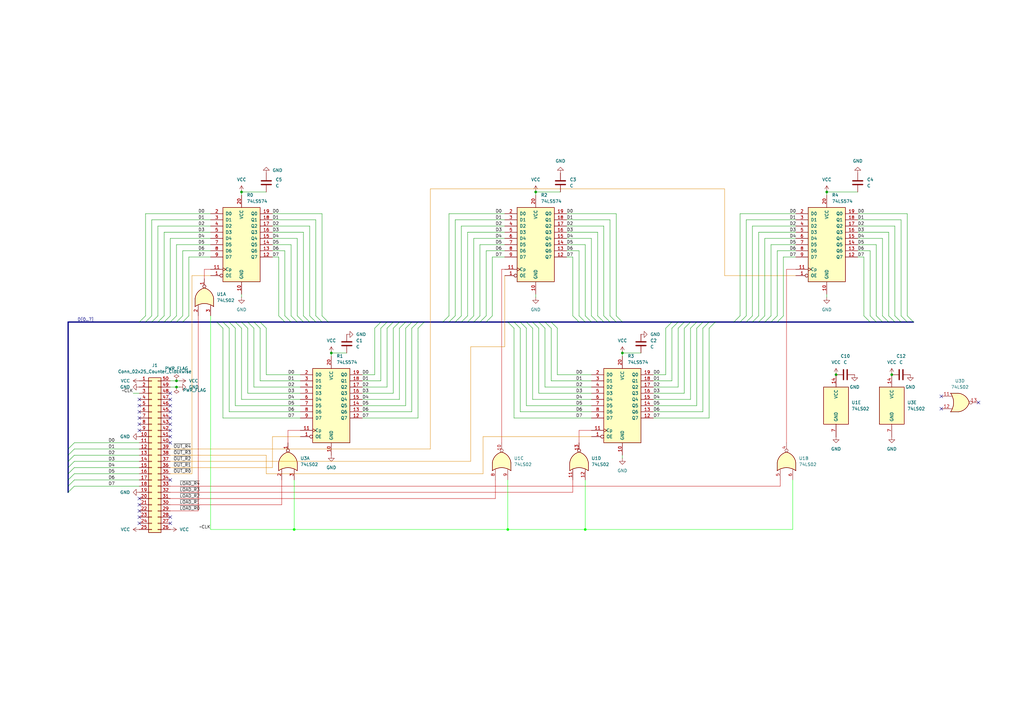
<source format=kicad_sch>
(kicad_sch (version 20250114) (generator "eeschema") (generator_version "9.0")
  (paper "A3")
  (lib_symbols
    (symbol "74xx:74LS02" (pin_names (offset 1.016))
      (property "Reference" "U" (at 0 1.27 0))
      (property "Value" "74LS02" (at 0 -1.27 0))
      (symbol "74LS02_1_1"
        (pin input line (at -7.62 2.54 0) (length 4.318) (name "~") (number "2"))
        (pin input line (at -7.62 -2.54 0) (length 4.318) (name "~") (number "3"))
        (pin output inverted (at 7.62 0 180) (length 3.81) (name "~") (number "1"))
      )
      (symbol "74LS02_1_2"
        (pin input inverted (at -7.62 2.54 0) (length 3.81) (name "~") (number "2"))
        (pin input inverted (at -7.62 -2.54 0) (length 3.81) (name "~") (number "3"))
        (pin output line (at 7.62 0 180) (length 3.81) (name "~") (number "1"))
      )
      (symbol "74LS02_2_1"
        (pin input line (at -7.62 2.54 0) (length 4.318) (name "~") (number "5"))
        (pin input line (at -7.62 -2.54 0) (length 4.318) (name "~") (number "6"))
        (pin output inverted (at 7.62 0 180) (length 3.81) (name "~") (number "4"))
      )
      (symbol "74LS02_2_2"
        (pin input inverted (at -7.62 2.54 0) (length 3.81) (name "~") (number "5"))
        (pin input inverted (at -7.62 -2.54 0) (length 3.81) (name "~") (number "6"))
        (pin output line (at 7.62 0 180) (length 3.81) (name "~") (number "4"))
      )
      (symbol "74LS02_3_1"
        (pin input line (at -7.62 2.54 0) (length 4.318) (name "~") (number "8"))
        (pin input line (at -7.62 -2.54 0) (length 4.318) (name "~") (number "9"))
        (pin output inverted (at 7.62 0 180) (length 3.81) (name "~") (number "10"))
      )
      (symbol "74LS02_3_2"
        (pin input inverted (at -7.62 2.54 0) (length 3.81) (name "~") (number "8"))
        (pin input inverted (at -7.62 -2.54 0) (length 3.81) (name "~") (number "9"))
        (pin output line (at 7.62 0 180) (length 3.81) (name "~") (number "10"))
      )
      (symbol "74LS02_4_1"
        (pin input line (at -7.62 2.54 0) (length 4.318) (name "~") (number "11"))
        (pin input line (at -7.62 -2.54 0) (length 4.318) (name "~") (number "12"))
        (pin output inverted (at 7.62 0 180) (length 3.81) (name "~") (number "13"))
      )
      (symbol "74LS02_4_2"
        (pin input inverted (at -7.62 2.54 0) (length 3.81) (name "~") (number "11"))
        (pin input inverted (at -7.62 -2.54 0) (length 3.81) (name "~") (number "12"))
        (pin output line (at 7.62 0 180) (length 3.81) (name "~") (number "13"))
      )
      (symbol "74LS02_5_0"
        (pin power_in line (at 0 12.7 270) (length 5.08) (name "VCC") (number "14"))
        (pin power_in line (at 0 -12.7 90) (length 5.08) (name "GND") (number "7"))
      )
    )
    (symbol "74xx:74LS574" (pin_names (offset 1.016))
      (property "Reference" "U" (at -7.62 16.51 0))
      (property "Value" "74LS574" (at -7.62 -16.51 0))
      (symbol "74LS574_1_0"
        (pin input line (at -12.7 12.7 0) (length 5.08) (name "D0") (number "2"))
        (pin input line (at -12.7 10.16 0) (length 5.08) (name "D1") (number "3"))
        (pin input line (at -12.7 7.62 0) (length 5.08) (name "D2") (number "4"))
        (pin input line (at -12.7 5.08 0) (length 5.08) (name "D3") (number "5"))
        (pin input line (at -12.7 2.54 0) (length 5.08) (name "D4") (number "6"))
        (pin input line (at -12.7 0 0) (length 5.08) (name "D5") (number "7"))
        (pin input line (at -12.7 -2.54 0) (length 5.08) (name "D6") (number "8"))
        (pin input line (at -12.7 -5.08 0) (length 5.08) (name "D7") (number "9"))
        (pin input clock (at -12.7 -10.16 0) (length 5.08) (name "Cp") (number "11"))
        (pin input inverted (at -12.7 -12.7 0) (length 5.08) (name "OE") (number "1"))
        (pin power_in line (at 0 20.32 270) (length 5.08) (name "VCC") (number "20"))
        (pin power_in line (at 0 -20.32 90) (length 5.08) (name "GND") (number "10"))
        (pin tri_state line (at 12.7 12.7 180) (length 5.08) (name "Q0") (number "19"))
        (pin tri_state line (at 12.7 10.16 180) (length 5.08) (name "Q1") (number "18"))
        (pin tri_state line (at 12.7 7.62 180) (length 5.08) (name "Q2") (number "17"))
        (pin tri_state line (at 12.7 5.08 180) (length 5.08) (name "Q3") (number "16"))
        (pin tri_state line (at 12.7 2.54 180) (length 5.08) (name "Q4") (number "15"))
        (pin tri_state line (at 12.7 0 180) (length 5.08) (name "Q5") (number "14"))
        (pin tri_state line (at 12.7 -2.54 180) (length 5.08) (name "Q6") (number "13"))
        (pin tri_state line (at 12.7 -5.08 180) (length 5.08) (name "Q7") (number "12"))
      )
    )
    (symbol "Connector_Generic:Conn_02x25_Counter_Clockwise" (pin_names (offset 1.016) (hide yes))
      (property "Reference" "J" (at 1.27 33.02 0))
      (property "Value" "Conn_02x25_Counter_Clockwise" (at 1.27 -33.02 0))
      (symbol "Conn_02x25_Counter_Clockwise_1_1"
        (pin passive line (at -5.08 30.48 0) (length 3.81) (name "Pin_1") (number "1"))
        (pin passive line (at -5.08 27.94 0) (length 3.81) (name "Pin_2") (number "2"))
        (pin passive line (at -5.08 25.4 0) (length 3.81) (name "Pin_3") (number "3"))
        (pin passive line (at -5.08 22.86 0) (length 3.81) (name "Pin_4") (number "4"))
        (pin passive line (at -5.08 20.32 0) (length 3.81) (name "Pin_5") (number "5"))
        (pin passive line (at -5.08 17.78 0) (length 3.81) (name "Pin_6") (number "6"))
        (pin passive line (at -5.08 15.24 0) (length 3.81) (name "Pin_7") (number "7"))
        (pin passive line (at -5.08 12.7 0) (length 3.81) (name "Pin_8") (number "8"))
        (pin passive line (at -5.08 10.16 0) (length 3.81) (name "Pin_9") (number "9"))
        (pin passive line (at -5.08 7.62 0) (length 3.81) (name "Pin_10") (number "10"))
        (pin passive line (at -5.08 5.08 0) (length 3.81) (name "Pin_11") (number "11"))
        (pin passive line (at -5.08 2.54 0) (length 3.81) (name "Pin_12") (number "12"))
        (pin passive line (at -5.08 0 0) (length 3.81) (name "Pin_13") (number "13"))
        (pin passive line (at -5.08 -2.54 0) (length 3.81) (name "Pin_14") (number "14"))
        (pin passive line (at -5.08 -5.08 0) (length 3.81) (name "Pin_15") (number "15"))
        (pin passive line (at -5.08 -7.62 0) (length 3.81) (name "Pin_16") (number "16"))
        (pin passive line (at -5.08 -10.16 0) (length 3.81) (name "Pin_17") (number "17"))
        (pin passive line (at -5.08 -12.7 0) (length 3.81) (name "Pin_18") (number "18"))
        (pin passive line (at -5.08 -15.24 0) (length 3.81) (name "Pin_19") (number "19"))
        (pin passive line (at -5.08 -17.78 0) (length 3.81) (name "Pin_20") (number "20"))
        (pin passive line (at -5.08 -20.32 0) (length 3.81) (name "Pin_21") (number "21"))
        (pin passive line (at -5.08 -22.86 0) (length 3.81) (name "Pin_22") (number "22"))
        (pin passive line (at -5.08 -25.4 0) (length 3.81) (name "Pin_23") (number "23"))
        (pin passive line (at -5.08 -27.94 0) (length 3.81) (name "Pin_24") (number "24"))
        (pin passive line (at -5.08 -30.48 0) (length 3.81) (name "Pin_25") (number "25"))
        (pin passive line (at 7.62 30.48 180) (length 3.81) (name "Pin_50") (number "50"))
        (pin passive line (at 7.62 27.94 180) (length 3.81) (name "Pin_49") (number "49"))
        (pin passive line (at 7.62 25.4 180) (length 3.81) (name "Pin_48") (number "48"))
        (pin passive line (at 7.62 22.86 180) (length 3.81) (name "Pin_47") (number "47"))
        (pin passive line (at 7.62 20.32 180) (length 3.81) (name "Pin_46") (number "46"))
        (pin passive line (at 7.62 17.78 180) (length 3.81) (name "Pin_45") (number "45"))
        (pin passive line (at 7.62 15.24 180) (length 3.81) (name "Pin_44") (number "44"))
        (pin passive line (at 7.62 12.7 180) (length 3.81) (name "Pin_43") (number "43"))
        (pin passive line (at 7.62 10.16 180) (length 3.81) (name "Pin_42") (number "42"))
        (pin passive line (at 7.62 7.62 180) (length 3.81) (name "Pin_41") (number "41"))
        (pin passive line (at 7.62 5.08 180) (length 3.81) (name "Pin_40") (number "40"))
        (pin passive line (at 7.62 2.54 180) (length 3.81) (name "Pin_39") (number "39"))
        (pin passive line (at 7.62 0 180) (length 3.81) (name "Pin_38") (number "38"))
        (pin passive line (at 7.62 -2.54 180) (length 3.81) (name "Pin_37") (number "37"))
        (pin passive line (at 7.62 -5.08 180) (length 3.81) (name "Pin_36") (number "36"))
        (pin passive line (at 7.62 -7.62 180) (length 3.81) (name "Pin_35") (number "35"))
        (pin passive line (at 7.62 -10.16 180) (length 3.81) (name "Pin_34") (number "34"))
        (pin passive line (at 7.62 -12.7 180) (length 3.81) (name "Pin_33") (number "33"))
        (pin passive line (at 7.62 -15.24 180) (length 3.81) (name "Pin_32") (number "32"))
        (pin passive line (at 7.62 -17.78 180) (length 3.81) (name "Pin_31") (number "31"))
        (pin passive line (at 7.62 -20.32 180) (length 3.81) (name "Pin_30") (number "30"))
        (pin passive line (at 7.62 -22.86 180) (length 3.81) (name "Pin_29") (number "29"))
        (pin passive line (at 7.62 -25.4 180) (length 3.81) (name "Pin_28") (number "28"))
        (pin passive line (at 7.62 -27.94 180) (length 3.81) (name "Pin_27") (number "27"))
        (pin passive line (at 7.62 -30.48 180) (length 3.81) (name "Pin_26") (number "26"))
      )
    )
    (symbol "Device:C" (pin_numbers (hide yes)) (pin_names (offset 0.254))
      (property "Reference" "C" (at 0.635 2.54 0))
      (property "Value" "C" (at 0.635 -2.54 0))
      (symbol "C_1_1"
        (pin passive line (at 0 3.81 270) (length 2.794) (name "~") (number "1"))
        (pin passive line (at 0 -3.81 90) (length 2.794) (name "~") (number "2"))
      )
    )
    (symbol "power:GND" (power) (pin_numbers (hide yes)) (pin_names (offset 0) (hide yes))
      (property "Value" "GND" (at 0 -3.81 0))
      (symbol "GND_1_1"
        (pin power_in line (at 0 0 270) (length 0) (name "~") (number "1"))
      )
    )
    (symbol "power:PWR_FLAG" (power) (pin_numbers (hide yes)) (pin_names (offset 0) (hide yes))
      (property "Value" "PWR_FLAG" (at 0 3.81 0))
      (symbol "PWR_FLAG_0_0"
        (pin power_out line (at 0 0 90) (length 0) (name "~") (number "1"))
      )
    )
    (symbol "power:VCC" (power) (pin_numbers (hide yes)) (pin_names (offset 0) (hide yes))
      (property "Value" "VCC" (at 0 3.556 0))
      (symbol "VCC_1_1"
        (pin power_in line (at 0 0 90) (length 0) (name "~") (number "1"))
      )
    )
  )
  (junction (at 342.9 153.67))
  (junction (at 72.39 156.21))
  (junction (at 240.03 217.17) (color 0 255 0 1))
  (junction (at 219.71 78.74))
  (junction (at 99.06 78.74))
  (junction (at 365.76 153.67))
  (junction (at 339.09 78.74))
  (junction (at 208.28 217.17) (color 0 255 0 1))
  (junction (at 255.27 144.78))
  (junction (at 135.89 144.78))
  (junction (at 72.39 158.75))
  (junction (at 120.65 217.17) (color 0 255 0 1))
  (no_connect (at 57.15 209.55))
  (no_connect (at 69.85 196.85))
  (no_connect (at 401.32 165.1))
  (no_connect (at 69.85 212.09))
  (no_connect (at 57.15 207.01))
  (no_connect (at 69.85 176.53))
  (no_connect (at 57.15 176.53))
  (no_connect (at 57.15 204.47))
  (no_connect (at 69.85 179.07))
  (no_connect (at 57.15 171.45))
  (no_connect (at 69.85 171.45))
  (no_connect (at 69.85 161.29))
  (no_connect (at 69.85 166.37))
  (no_connect (at 57.15 214.63))
  (no_connect (at 69.85 163.83))
  (no_connect (at 57.15 212.09))
  (no_connect (at 386.08 162.56))
  (no_connect (at 386.08 167.64))
  (no_connect (at 69.85 168.91))
  (no_connect (at 69.85 181.61))
  (no_connect (at 57.15 168.91))
  (no_connect (at 57.15 166.37))
  (no_connect (at 69.85 173.99))
  (no_connect (at 57.15 173.99))
  (no_connect (at 57.15 163.83))
  (no_connect (at 69.85 214.63))
  (bus_entry (at 213.36 132.08) (size 2.54 2.54))
  (bus_entry (at 184.15 132.08) (size 2.54 -2.54))
  (bus_entry (at 194.31 132.08) (size 2.54 -2.54))
  (bus_entry (at 280.67 134.62) (size 2.54 -2.54))
  (bus_entry (at 101.6 132.08) (size 2.54 2.54))
  (bus_entry (at 106.68 132.08) (size 2.54 2.54))
  (bus_entry (at 218.44 132.08) (size 2.54 2.54))
  (bus_entry (at 215.9 132.08) (size 2.54 2.54))
  (bus_entry (at 27.94 184.15) (size 2.54 -2.54))
  (bus_entry (at 153.67 134.62) (size 2.54 -2.54))
  (bus_entry (at 234.95 129.54) (size 2.54 2.54))
  (bus_entry (at 367.03 129.54) (size 2.54 2.54))
  (bus_entry (at 96.52 132.08) (size 2.54 2.54))
  (bus_entry (at 308.61 132.08) (size 2.54 -2.54))
  (bus_entry (at 361.95 129.54) (size 2.54 2.54))
  (bus_entry (at 72.39 132.08) (size 2.54 -2.54))
  (bus_entry (at 359.41 129.54) (size 2.54 2.54))
  (bus_entry (at 121.92 129.54) (size 2.54 2.54))
  (bus_entry (at 275.59 134.62) (size 2.54 -2.54))
  (bus_entry (at 354.33 129.54) (size 2.54 2.54))
  (bus_entry (at 288.29 134.62) (size 2.54 -2.54))
  (bus_entry (at 161.29 134.62) (size 2.54 -2.54))
  (bus_entry (at 127 129.54) (size 2.54 2.54))
  (bus_entry (at 181.61 132.08) (size 2.54 -2.54))
  (bus_entry (at 104.14 132.08) (size 2.54 2.54))
  (bus_entry (at 369.57 129.54) (size 2.54 2.54))
  (bus_entry (at 124.46 129.54) (size 2.54 2.54))
  (bus_entry (at 210.82 132.08) (size 2.54 2.54))
  (bus_entry (at 364.49 129.54) (size 2.54 2.54))
  (bus_entry (at 156.21 134.62) (size 2.54 -2.54))
  (bus_entry (at 163.83 134.62) (size 2.54 -2.54))
  (bus_entry (at 191.77 132.08) (size 2.54 -2.54))
  (bus_entry (at 129.54 129.54) (size 2.54 2.54))
  (bus_entry (at 252.73 129.54) (size 2.54 2.54))
  (bus_entry (at 303.53 132.08) (size 2.54 -2.54))
  (bus_entry (at 93.98 132.08) (size 2.54 2.54))
  (bus_entry (at 226.06 132.08) (size 2.54 2.54))
  (bus_entry (at 189.23 132.08) (size 2.54 -2.54))
  (bus_entry (at 250.19 129.54) (size 2.54 2.54))
  (bus_entry (at 158.75 134.62) (size 2.54 -2.54))
  (bus_entry (at 62.23 132.08) (size 2.54 -2.54))
  (bus_entry (at 372.11 129.54) (size 2.54 2.54))
  (bus_entry (at 223.52 132.08) (size 2.54 2.54))
  (bus_entry (at 237.49 129.54) (size 2.54 2.54))
  (bus_entry (at 208.28 132.08) (size 2.54 2.54))
  (bus_entry (at 199.39 132.08) (size 2.54 -2.54))
  (bus_entry (at 88.9 132.08) (size 2.54 2.54))
  (bus_entry (at 27.94 196.85) (size 2.54 -2.54))
  (bus_entry (at 27.94 201.93) (size 2.54 -2.54))
  (bus_entry (at 245.11 129.54) (size 2.54 2.54))
  (bus_entry (at 290.83 134.62) (size 2.54 -2.54))
  (bus_entry (at 67.31 132.08) (size 2.54 -2.54))
  (bus_entry (at 57.15 132.08) (size 2.54 -2.54))
  (bus_entry (at 273.05 134.62) (size 2.54 -2.54))
  (bus_entry (at 318.77 132.08) (size 2.54 -2.54))
  (bus_entry (at 240.03 129.54) (size 2.54 2.54))
  (bus_entry (at 91.44 132.08) (size 2.54 2.54))
  (bus_entry (at 74.93 132.08) (size 2.54 -2.54))
  (bus_entry (at 247.65 129.54) (size 2.54 2.54))
  (bus_entry (at 220.98 132.08) (size 2.54 2.54))
  (bus_entry (at 242.57 129.54) (size 2.54 2.54))
  (bus_entry (at 168.91 134.62) (size 2.54 -2.54))
  (bus_entry (at 313.69 132.08) (size 2.54 -2.54))
  (bus_entry (at 27.94 186.69) (size 2.54 -2.54))
  (bus_entry (at 166.37 134.62) (size 2.54 -2.54))
  (bus_entry (at 27.94 191.77) (size 2.54 -2.54))
  (bus_entry (at 69.85 132.08) (size 2.54 -2.54))
  (bus_entry (at 285.75 134.62) (size 2.54 -2.54))
  (bus_entry (at 59.69 132.08) (size 2.54 -2.54))
  (bus_entry (at 132.08 129.54) (size 2.54 2.54))
  (bus_entry (at 119.38 129.54) (size 2.54 2.54))
  (bus_entry (at 278.13 134.62) (size 2.54 -2.54))
  (bus_entry (at 116.84 129.54) (size 2.54 2.54))
  (bus_entry (at 27.94 199.39) (size 2.54 -2.54))
  (bus_entry (at 27.94 194.31) (size 2.54 -2.54))
  (bus_entry (at 316.23 132.08) (size 2.54 -2.54))
  (bus_entry (at 64.77 132.08) (size 2.54 -2.54))
  (bus_entry (at 300.99 132.08) (size 2.54 -2.54))
  (bus_entry (at 186.69 132.08) (size 2.54 -2.54))
  (bus_entry (at 99.06 132.08) (size 2.54 2.54))
  (bus_entry (at 283.21 134.62) (size 2.54 -2.54))
  (bus_entry (at 356.87 129.54) (size 2.54 2.54))
  (bus_entry (at 306.07 132.08) (size 2.54 -2.54))
  (bus_entry (at 311.15 132.08) (size 2.54 -2.54))
  (bus_entry (at 196.85 132.08) (size 2.54 -2.54))
  (bus_entry (at 171.45 134.62) (size 2.54 -2.54))
  (bus_entry (at 114.3 129.54) (size 2.54 2.54))
  (bus_entry (at 27.94 189.23) (size 2.54 -2.54))
  (bus (pts (xy 252.73 132.08) (xy 255.27 132.08)) (stroke (width 0.508)))
  (wire (pts (xy 306.07 90.17) (xy 326.39 90.17)))
  (wire (pts (xy 232.41 95.25) (xy 245.11 95.25)))
  (wire (pts (xy 72.39 129.54) (xy 72.39 100.33)))
  (wire (pts (xy 106.68 134.62) (xy 106.68 156.21)))
  (wire (pts (xy 196.85 129.54) (xy 196.85 100.33)))
  (wire (pts (xy 240.03 217.17) (xy 325.12 217.17)) (stroke (width 0) (color 0 255 0 1)))
  (wire (pts (xy 208.28 217.17) (xy 240.03 217.17)) (stroke (width 0) (color 0 255 0 1)))
  (wire (pts (xy 30.48 196.85) (xy 57.15 196.85)))
  (wire (pts (xy 104.14 134.62) (xy 104.14 158.75)))
  (wire (pts (xy 351.79 105.41) (xy 354.33 105.41)))
  (wire (pts (xy 351.79 95.25) (xy 364.49 95.25)))
  (wire (pts (xy 74.93 129.54) (xy 74.93 102.87)))
  (wire (pts (xy 234.95 105.41) (xy 234.95 129.54)))
  (wire (pts (xy 240.03 217.17) (xy 240.03 196.85)) (stroke (width 0) (color 0 255 0 1)))
  (wire (pts (xy 306.07 129.54) (xy 306.07 90.17)))
  (wire (pts (xy 316.23 100.33) (xy 326.39 100.33)))
  (wire (pts (xy 242.57 176.53) (xy 237.49 176.53)) (stroke (width 0) (color 194 0 0 1)))
  (wire (pts (xy 106.68 156.21) (xy 123.19 156.21)))
  (bus (pts (xy 280.67 132.08) (xy 283.21 132.08)) (stroke (width 0.508)))
  (wire (pts (xy 193.04 189.23) (xy 193.04 142.24)) (stroke (width 0) (color 221 133 0 1)))
  (wire (pts (xy 297.18 77.47) (xy 297.18 113.03)) (stroke (width 0) (color 221 133 0 1)))
  (wire (pts (xy 99.06 134.62) (xy 99.06 163.83)))
  (wire (pts (xy 168.91 168.91) (xy 148.59 168.91)))
  (wire (pts (xy 116.84 102.87) (xy 116.84 129.54)))
  (wire (pts (xy 364.49 95.25) (xy 364.49 129.54)))
  (wire (pts (xy 311.15 129.54) (xy 311.15 95.25)))
  (wire (pts (xy 321.31 105.41) (xy 326.39 105.41)))
  (wire (pts (xy 99.06 120.65) (xy 99.06 121.92)))
  (wire (pts (xy 220.98 161.29) (xy 242.57 161.29)))
  (bus (pts (xy 303.53 132.08) (xy 306.07 132.08)) (stroke (width 0.508)))
  (bus (pts (xy 134.62 132.08) (xy 156.21 132.08)) (stroke (width 0.508)))
  (wire (pts (xy 101.6 134.62) (xy 101.6 161.29)))
  (wire (pts (xy 189.23 92.71) (xy 207.01 92.71)))
  (wire (pts (xy 203.2 204.47) (xy 203.2 196.85)) (stroke (width 0) (color 194 0 0 1)))
  (wire (pts (xy 303.53 129.54) (xy 303.53 87.63)))
  (wire (pts (xy 109.22 134.62) (xy 109.22 153.67)))
  (bus (pts (xy 306.07 132.08) (xy 308.61 132.08)) (stroke (width 0.508)))
  (wire (pts (xy 101.6 161.29) (xy 123.19 161.29)))
  (wire (pts (xy 228.6 134.62) (xy 228.6 153.67)))
  (wire (pts (xy 111.76 102.87) (xy 116.84 102.87)))
  (bus (pts (xy 278.13 132.08) (xy 280.67 132.08)) (stroke (width 0.508)))
  (wire (pts (xy 232.41 100.33) (xy 240.03 100.33)))
  (wire (pts (xy 171.45 134.62) (xy 171.45 171.45)))
  (wire (pts (xy 54.61 161.29) (xy 57.15 161.29)))
  (bus (pts (xy 245.11 132.08) (xy 247.65 132.08)) (stroke (width 0.508)))
  (wire (pts (xy 69.85 194.31) (xy 78.74 194.31)) (stroke (width 0) (color 221 133 0 1)))
  (bus (pts (xy 318.77 132.08) (xy 356.87 132.08)) (stroke (width 0.508)))
  (bus (pts (xy 186.69 132.08) (xy 184.15 132.08)) (stroke (width 0.508)))
  (wire (pts (xy 223.52 158.75) (xy 242.57 158.75)))
  (bus (pts (xy 250.19 132.08) (xy 252.73 132.08)) (stroke (width 0.508)))
  (bus (pts (xy 129.54 132.08) (xy 132.08 132.08)) (stroke (width 0.508)))
  (wire (pts (xy 96.52 166.37) (xy 123.19 166.37)))
  (wire (pts (xy 245.11 95.25) (xy 245.11 129.54)))
  (wire (pts (xy 104.14 158.75) (xy 123.19 158.75)))
  (wire (pts (xy 163.83 163.83) (xy 148.59 163.83)))
  (wire (pts (xy 186.69 90.17) (xy 207.01 90.17)))
  (wire (pts (xy 72.39 158.75) (xy 69.85 158.75)))
  (wire (pts (xy 163.83 134.62) (xy 163.83 163.83)))
  (wire (pts (xy 297.18 113.03) (xy 326.39 113.03)) (stroke (width 0) (color 221 133 0 1)))
  (wire (pts (xy 30.48 191.77) (xy 57.15 191.77)))
  (bus (pts (xy 290.83 132.08) (xy 293.37 132.08)) (stroke (width 0.508)))
  (wire (pts (xy 69.85 184.15) (xy 176.53 184.15)) (stroke (width 0) (color 221 133 0 1)))
  (bus (pts (xy 88.9 132.08) (xy 91.44 132.08)) (stroke (width 0.508)))
  (wire (pts (xy 273.05 153.67) (xy 267.97 153.67)))
  (wire (pts (xy 67.31 95.25) (xy 86.36 95.25)))
  (wire (pts (xy 67.31 129.54) (xy 67.31 95.25)))
  (bus (pts (xy 215.9 132.08) (xy 218.44 132.08)) (stroke (width 0.508)))
  (wire (pts (xy 132.08 87.63) (xy 132.08 129.54)))
  (wire (pts (xy 237.49 176.53) (xy 237.49 181.61)) (stroke (width 0) (color 194 0 0 1)))
  (wire (pts (xy 193.04 142.24) (xy 207.01 142.24)) (stroke (width 0) (color 221 133 0 1)))
  (wire (pts (xy 339.09 120.65) (xy 339.09 121.92)))
  (wire (pts (xy 127 92.71) (xy 127 129.54)))
  (wire (pts (xy 240.03 100.33) (xy 240.03 129.54)))
  (wire (pts (xy 194.31 129.54) (xy 194.31 97.79)))
  (wire (pts (xy 290.83 171.45) (xy 267.97 171.45)))
  (wire (pts (xy 320.04 199.39) (xy 320.04 196.85)) (stroke (width 0) (color 194 0 0 1)))
  (bus (pts (xy 124.46 132.08) (xy 127 132.08)) (stroke (width 0.508)))
  (bus (pts (xy 72.39 132.08) (xy 74.93 132.08)) (stroke (width 0.508)))
  (wire (pts (xy 91.44 171.45) (xy 123.19 171.45)))
  (wire (pts (xy 367.03 92.71) (xy 367.03 129.54)))
  (wire (pts (xy 247.65 92.71) (xy 247.65 129.54)))
  (wire (pts (xy 255.27 186.69) (xy 255.27 187.96)))
  (wire (pts (xy 359.41 100.33) (xy 359.41 129.54)))
  (wire (pts (xy 215.9 166.37) (xy 242.57 166.37)))
  (bus (pts (xy 106.68 132.08) (xy 116.84 132.08)) (stroke (width 0.508)))
  (wire (pts (xy 308.61 92.71) (xy 326.39 92.71)))
  (wire (pts (xy 153.67 134.62) (xy 153.67 153.67)))
  (bus (pts (xy 293.37 132.08) (xy 300.99 132.08)) (stroke (width 0.508)))
  (wire (pts (xy 86.36 129.54) (xy 86.36 217.17)) (stroke (width 0) (color 0 255 0 1)))
  (wire (pts (xy 59.69 129.54) (xy 59.69 87.63)))
  (wire (pts (xy 93.98 168.91) (xy 123.19 168.91)))
  (wire (pts (xy 30.48 189.23) (xy 57.15 189.23)))
  (wire (pts (xy 326.39 110.49) (xy 322.58 110.49)) (stroke (width 0) (color 194 0 0 1)))
  (wire (pts (xy 129.54 90.17) (xy 129.54 129.54)))
  (wire (pts (xy 232.41 92.71) (xy 247.65 92.71)))
  (wire (pts (xy 69.85 191.77) (xy 111.76 191.77)) (stroke (width 0) (color 221 133 0 1)))
  (wire (pts (xy 81.28 209.55) (xy 81.28 129.54)) (stroke (width 0) (color 194 0 0 1)))
  (wire (pts (xy 69.85 209.55) (xy 81.28 209.55)) (stroke (width 0) (color 194 0 0 1)))
  (wire (pts (xy 74.93 102.87) (xy 86.36 102.87)))
  (bus (pts (xy 194.31 132.08) (xy 196.85 132.08)) (stroke (width 0.508)))
  (wire (pts (xy 62.23 129.54) (xy 62.23 90.17)))
  (wire (pts (xy 184.15 87.63) (xy 207.01 87.63)))
  (wire (pts (xy 30.48 181.61) (xy 57.15 181.61)))
  (bus (pts (xy 283.21 132.08) (xy 285.75 132.08)) (stroke (width 0.508)))
  (wire (pts (xy 69.85 189.23) (xy 193.04 189.23)) (stroke (width 0) (color 221 133 0 1)))
  (wire (pts (xy 242.57 97.79) (xy 242.57 129.54)))
  (bus (pts (xy 156.21 132.08) (xy 158.75 132.08)) (stroke (width 0.508)))
  (wire (pts (xy 232.41 102.87) (xy 237.49 102.87)))
  (bus (pts (xy 27.94 184.15) (xy 27.94 186.69)) (stroke (width 0.508)))
  (bus (pts (xy 168.91 132.08) (xy 171.45 132.08)) (stroke (width 0.508)))
  (wire (pts (xy 83.82 110.49) (xy 86.36 110.49)) (stroke (width 0) (color 194 0 0 1)))
  (bus (pts (xy 171.45 132.08) (xy 173.99 132.08)) (stroke (width 0.508)))
  (wire (pts (xy 250.19 90.17) (xy 250.19 129.54)))
  (wire (pts (xy 219.71 78.74) (xy 219.71 80.01)))
  (wire (pts (xy 191.77 129.54) (xy 191.77 95.25)))
  (bus (pts (xy 311.15 132.08) (xy 313.69 132.08)) (stroke (width 0.508)))
  (wire (pts (xy 351.79 102.87) (xy 356.87 102.87)))
  (wire (pts (xy 168.91 134.62) (xy 168.91 168.91)))
  (wire (pts (xy 255.27 144.78) (xy 255.27 146.05)))
  (bus (pts (xy 67.31 132.08) (xy 69.85 132.08)) (stroke (width 0.508)))
  (wire (pts (xy 234.95 201.93) (xy 234.95 196.85)) (stroke (width 0) (color 194 0 0 1)))
  (wire (pts (xy 176.53 77.47) (xy 297.18 77.47)) (stroke (width 0) (color 221 133 0 1)))
  (wire (pts (xy 86.36 217.17) (xy 120.65 217.17)) (stroke (width 0) (color 0 255 0 1)))
  (bus (pts (xy 191.77 132.08) (xy 194.31 132.08)) (stroke (width 0.508)))
  (wire (pts (xy 351.79 97.79) (xy 361.95 97.79)))
  (bus (pts (xy 27.94 189.23) (xy 27.94 191.77)) (stroke (width 0.508)))
  (bus (pts (xy 27.94 199.39) (xy 27.94 201.93)) (stroke (width 0.508)))
  (wire (pts (xy 369.57 90.17) (xy 369.57 129.54)))
  (bus (pts (xy 121.92 132.08) (xy 124.46 132.08)) (stroke (width 0.508)))
  (bus (pts (xy 116.84 132.08) (xy 119.38 132.08)) (stroke (width 0.508)))
  (bus (pts (xy 27.94 132.08) (xy 57.15 132.08)) (stroke (width 0.508)))
  (wire (pts (xy 158.75 134.62) (xy 158.75 158.75)))
  (wire (pts (xy 77.47 105.41) (xy 86.36 105.41)))
  (bus (pts (xy 96.52 132.08) (xy 99.06 132.08)) (stroke (width 0.508)))
  (bus (pts (xy 285.75 132.08) (xy 288.29 132.08)) (stroke (width 0.508)))
  (bus (pts (xy 104.14 132.08) (xy 106.68 132.08)) (stroke (width 0.508)))
  (bus (pts (xy 364.49 132.08) (xy 367.03 132.08)) (stroke (width 0.508)))
  (wire (pts (xy 322.58 110.49) (xy 322.58 181.61)) (stroke (width 0) (color 194 0 0 1)))
  (wire (pts (xy 111.76 97.79) (xy 121.92 97.79)))
  (wire (pts (xy 30.48 184.15) (xy 57.15 184.15)))
  (bus (pts (xy 158.75 132.08) (xy 161.29 132.08)) (stroke (width 0.508)))
  (wire (pts (xy 171.45 171.45) (xy 148.59 171.45)))
  (wire (pts (xy 186.69 129.54) (xy 186.69 90.17)))
  (wire (pts (xy 135.89 144.78) (xy 142.24 144.78)))
  (wire (pts (xy 215.9 134.62) (xy 215.9 166.37)))
  (wire (pts (xy 111.76 191.77) (xy 111.76 179.07)) (stroke (width 0) (color 221 133 0 1)))
  (bus (pts (xy 210.82 132.08) (xy 208.28 132.08)) (stroke (width 0.508)))
  (wire (pts (xy 30.48 199.39) (xy 57.15 199.39)))
  (wire (pts (xy 69.85 207.01) (xy 115.57 207.01)) (stroke (width 0) (color 194 0 0 1)))
  (bus (pts (xy 218.44 132.08) (xy 220.98 132.08)) (stroke (width 0.508)))
  (wire (pts (xy 30.48 186.69) (xy 57.15 186.69)))
  (wire (pts (xy 232.41 87.63) (xy 252.73 87.63)))
  (bus (pts (xy 300.99 132.08) (xy 303.53 132.08)) (stroke (width 0.508)))
  (wire (pts (xy 255.27 144.78) (xy 262.89 144.78)))
  (wire (pts (xy 111.76 105.41) (xy 114.3 105.41)))
  (wire (pts (xy 124.46 95.25) (xy 124.46 129.54)))
  (wire (pts (xy 288.29 168.91) (xy 267.97 168.91)))
  (wire (pts (xy 205.74 181.61) (xy 205.74 110.49)) (stroke (width 0) (color 194 0 0 1)))
  (wire (pts (xy 290.83 134.62) (xy 290.83 171.45)))
  (wire (pts (xy 161.29 161.29) (xy 148.59 161.29)))
  (bus (pts (xy 242.57 132.08) (xy 245.11 132.08)) (stroke (width 0.508)))
  (bus (pts (xy 226.06 132.08) (xy 223.52 132.08)) (stroke (width 0.508)))
  (wire (pts (xy 69.85 186.69) (xy 109.22 186.69)) (stroke (width 0) (color 221 133 0 1)))
  (bus (pts (xy 127 132.08) (xy 129.54 132.08)) (stroke (width 0.508)))
  (bus (pts (xy 213.36 132.08) (xy 215.9 132.08)) (stroke (width 0.508)))
  (bus (pts (xy 181.61 132.08) (xy 184.15 132.08)) (stroke (width 0.508)))
  (wire (pts (xy 78.74 194.31) (xy 78.74 113.03)) (stroke (width 0) (color 221 133 0 1)))
  (wire (pts (xy 64.77 129.54) (xy 64.77 92.71)))
  (bus (pts (xy 27.94 191.77) (xy 27.94 194.31)) (stroke (width 0.508)))
  (wire (pts (xy 213.36 134.62) (xy 213.36 168.91)))
  (bus (pts (xy 27.94 186.69) (xy 27.94 189.23)) (stroke (width 0.508)))
  (wire (pts (xy 278.13 134.62) (xy 278.13 158.75)))
  (bus (pts (xy 356.87 132.08) (xy 359.41 132.08)) (stroke (width 0.508)))
  (bus (pts (xy 27.94 196.85) (xy 27.94 199.39)) (stroke (width 0.508)))
  (wire (pts (xy 201.93 105.41) (xy 207.01 105.41)))
  (wire (pts (xy 199.39 102.87) (xy 207.01 102.87)))
  (wire (pts (xy 120.65 217.17) (xy 120.65 196.85)) (stroke (width 0) (color 0 255 0 1)))
  (wire (pts (xy 91.44 134.62) (xy 91.44 171.45)))
  (wire (pts (xy 318.77 129.54) (xy 318.77 102.87)))
  (bus (pts (xy 313.69 132.08) (xy 316.23 132.08)) (stroke (width 0.508)))
  (wire (pts (xy 351.79 100.33) (xy 359.41 100.33)))
  (wire (pts (xy 109.22 153.67) (xy 123.19 153.67)))
  (wire (pts (xy 69.85 199.39) (xy 320.04 199.39)) (stroke (width 0) (color 194 0 0 1)))
  (wire (pts (xy 232.41 105.41) (xy 234.95 105.41)))
  (wire (pts (xy 161.29 134.62) (xy 161.29 161.29)))
  (wire (pts (xy 303.53 87.63) (xy 326.39 87.63)))
  (wire (pts (xy 109.22 186.69) (xy 109.22 194.31)) (stroke (width 0) (color 221 133 0 1)))
  (wire (pts (xy 232.41 90.17) (xy 250.19 90.17)))
  (wire (pts (xy 356.87 102.87) (xy 356.87 129.54)))
  (bus (pts (xy 132.08 132.08) (xy 134.62 132.08)) (stroke (width 0.508)))
  (wire (pts (xy 280.67 134.62) (xy 280.67 161.29)))
  (wire (pts (xy 121.92 97.79) (xy 121.92 129.54)))
  (bus (pts (xy 359.41 132.08) (xy 361.95 132.08)) (stroke (width 0.508)))
  (wire (pts (xy 78.74 113.03) (xy 86.36 113.03)) (stroke (width 0) (color 221 133 0 1)))
  (wire (pts (xy 73.66 158.75) (xy 72.39 158.75)))
  (wire (pts (xy 285.75 134.62) (xy 285.75 166.37)))
  (wire (pts (xy 280.67 161.29) (xy 267.97 161.29)))
  (wire (pts (xy 198.12 179.07) (xy 242.57 179.07)) (stroke (width 0) (color 221 133 0 1)))
  (wire (pts (xy 111.76 92.71) (xy 127 92.71)))
  (wire (pts (xy 318.77 102.87) (xy 326.39 102.87)))
  (bus (pts (xy 101.6 132.08) (xy 104.14 132.08)) (stroke (width 0.508)))
  (bus (pts (xy 372.11 132.08) (xy 374.65 132.08)) (stroke (width 0.508)))
  (wire (pts (xy 226.06 156.21) (xy 242.57 156.21)))
  (wire (pts (xy 114.3 105.41) (xy 114.3 129.54)))
  (wire (pts (xy 313.69 97.79) (xy 326.39 97.79)))
  (wire (pts (xy 339.09 78.74) (xy 339.09 80.01)))
  (bus (pts (xy 316.23 132.08) (xy 318.77 132.08)) (stroke (width 0.508)))
  (wire (pts (xy 201.93 129.54) (xy 201.93 105.41)))
  (bus (pts (xy 74.93 132.08) (xy 88.9 132.08)) (stroke (width 0.508)))
  (wire (pts (xy 72.39 156.21) (xy 69.85 156.21)))
  (wire (pts (xy 273.05 134.62) (xy 273.05 153.67)))
  (bus (pts (xy 57.15 132.08) (xy 59.69 132.08)) (stroke (width 0.508)))
  (bus (pts (xy 288.29 132.08) (xy 290.83 132.08)) (stroke (width 0.508)))
  (wire (pts (xy 156.21 134.62) (xy 156.21 156.21)))
  (wire (pts (xy 109.22 78.74) (xy 99.06 78.74)))
  (wire (pts (xy 62.23 90.17) (xy 86.36 90.17)))
  (wire (pts (xy 285.75 166.37) (xy 267.97 166.37)))
  (wire (pts (xy 275.59 156.21) (xy 267.97 156.21)))
  (wire (pts (xy 228.6 153.67) (xy 242.57 153.67)))
  (wire (pts (xy 59.69 87.63) (xy 86.36 87.63)))
  (wire (pts (xy 166.37 166.37) (xy 148.59 166.37)))
  (bus (pts (xy 91.44 132.08) (xy 93.98 132.08)) (stroke (width 0.508)))
  (wire (pts (xy 218.44 134.62) (xy 218.44 163.83)))
  (wire (pts (xy 361.95 97.79) (xy 361.95 129.54)))
  (wire (pts (xy 198.12 194.31) (xy 198.12 179.07)) (stroke (width 0) (color 221 133 0 1)))
  (bus (pts (xy 119.38 132.08) (xy 121.92 132.08)) (stroke (width 0.508)))
  (wire (pts (xy 311.15 95.25) (xy 326.39 95.25)))
  (wire (pts (xy 109.22 194.31) (xy 198.12 194.31)) (stroke (width 0) (color 221 133 0 1)))
  (wire (pts (xy 223.52 134.62) (xy 223.52 158.75)))
  (bus (pts (xy 196.85 132.08) (xy 199.39 132.08)) (stroke (width 0.508)))
  (bus (pts (xy 220.98 132.08) (xy 223.52 132.08)) (stroke (width 0.508)))
  (wire (pts (xy 99.06 78.74) (xy 99.06 80.01)))
  (wire (pts (xy 30.48 194.31) (xy 57.15 194.31)))
  (bus (pts (xy 93.98 132.08) (xy 96.52 132.08)) (stroke (width 0.508)))
  (wire (pts (xy 308.61 129.54) (xy 308.61 92.71)))
  (wire (pts (xy 196.85 100.33) (xy 207.01 100.33)))
  (bus (pts (xy 226.06 132.08) (xy 237.49 132.08)) (stroke (width 0.508)))
  (wire (pts (xy 83.82 110.49) (xy 83.82 114.3)) (stroke (width 0) (color 194 0 0 1)))
  (wire (pts (xy 354.33 105.41) (xy 354.33 129.54)))
  (bus (pts (xy 189.23 132.08) (xy 191.77 132.08)) (stroke (width 0.508)))
  (bus (pts (xy 369.57 132.08) (xy 372.11 132.08)) (stroke (width 0.508)))
  (bus (pts (xy 69.85 132.08) (xy 72.39 132.08)) (stroke (width 0.508)))
  (wire (pts (xy 275.59 134.62) (xy 275.59 156.21)))
  (wire (pts (xy 158.75 158.75) (xy 148.59 158.75)))
  (wire (pts (xy 325.12 217.17) (xy 325.12 196.85)) (stroke (width 0) (color 0 255 0 1)))
  (bus (pts (xy 361.95 132.08) (xy 364.49 132.08)) (stroke (width 0.508)))
  (bus (pts (xy 99.06 132.08) (xy 101.6 132.08)) (stroke (width 0.508)))
  (bus (pts (xy 163.83 132.08) (xy 166.37 132.08)) (stroke (width 0.508)))
  (wire (pts (xy 283.21 163.83) (xy 267.97 163.83)))
  (wire (pts (xy 218.44 163.83) (xy 242.57 163.83)))
  (wire (pts (xy 77.47 129.54) (xy 77.47 105.41)))
  (wire (pts (xy 220.98 134.62) (xy 220.98 161.29)))
  (wire (pts (xy 351.79 92.71) (xy 367.03 92.71)))
  (wire (pts (xy 176.53 184.15) (xy 176.53 77.47)) (stroke (width 0) (color 221 133 0 1)))
  (wire (pts (xy 205.74 110.49) (xy 207.01 110.49)) (stroke (width 0) (color 194 0 0 1)))
  (bus (pts (xy 59.69 132.08) (xy 62.23 132.08)) (stroke (width 0.508)))
  (wire (pts (xy 153.67 153.67) (xy 148.59 153.67)))
  (bus (pts (xy 255.27 132.08) (xy 275.59 132.08)) (stroke (width 0.508)))
  (bus (pts (xy 27.94 132.08) (xy 27.94 184.15)) (stroke (width 0.508)))
  (wire (pts (xy 166.37 134.62) (xy 166.37 166.37)))
  (wire (pts (xy 313.69 129.54) (xy 313.69 97.79)))
  (wire (pts (xy 184.15 129.54) (xy 184.15 87.63)))
  (wire (pts (xy 111.76 95.25) (xy 124.46 95.25)))
  (bus (pts (xy 210.82 132.08) (xy 213.36 132.08)) (stroke (width 0.508)))
  (wire (pts (xy 351.79 87.63) (xy 372.11 87.63)))
  (bus (pts (xy 240.03 132.08) (xy 242.57 132.08)) (stroke (width 0.508)))
  (bus (pts (xy 250.19 132.08) (xy 247.65 132.08)) (stroke (width 0.508)))
  (wire (pts (xy 123.19 176.53) (xy 118.11 176.53)) (stroke (width 0) (color 194 0 0 1)))
  (wire (pts (xy 229.87 78.74) (xy 219.71 78.74)))
  (wire (pts (xy 288.29 134.62) (xy 288.29 168.91)))
  (wire (pts (xy 73.66 156.21) (xy 72.39 156.21)))
  (wire (pts (xy 226.06 134.62) (xy 226.06 156.21)))
  (wire (pts (xy 99.06 163.83) (xy 123.19 163.83)))
  (bus (pts (xy 62.23 132.08) (xy 64.77 132.08)) (stroke (width 0.508)))
  (wire (pts (xy 372.11 87.63) (xy 372.11 129.54)))
  (wire (pts (xy 283.21 134.62) (xy 283.21 163.83)))
  (wire (pts (xy 118.11 176.53) (xy 118.11 181.61)) (stroke (width 0) (color 194 0 0 1)))
  (wire (pts (xy 115.57 207.01) (xy 115.57 196.85)) (stroke (width 0) (color 194 0 0 1)))
  (wire (pts (xy 111.76 179.07) (xy 123.19 179.07)) (stroke (width 0) (color 221 133 0 1)))
  (wire (pts (xy 339.09 78.74) (xy 351.79 78.74)))
  (wire (pts (xy 72.39 100.33) (xy 86.36 100.33)))
  (wire (pts (xy 210.82 171.45) (xy 242.57 171.45)))
  (wire (pts (xy 191.77 95.25) (xy 207.01 95.25)))
  (bus (pts (xy 166.37 132.08) (xy 168.91 132.08)) (stroke (width 0.508)))
  (wire (pts (xy 213.36 168.91) (xy 242.57 168.91)))
  (wire (pts (xy 189.23 129.54) (xy 189.23 92.71)))
  (wire (pts (xy 199.39 129.54) (xy 199.39 102.87)))
  (bus (pts (xy 64.77 132.08) (xy 67.31 132.08)) (stroke (width 0.508)))
  (wire (pts (xy 69.85 129.54) (xy 69.85 97.79)))
  (wire (pts (xy 351.79 90.17) (xy 369.57 90.17)))
  (wire (pts (xy 69.85 204.47) (xy 203.2 204.47)) (stroke (width 0) (color 194 0 0 1)))
  (bus (pts (xy 367.03 132.08) (xy 369.57 132.08)) (stroke (width 0.508)))
  (wire (pts (xy 111.76 87.63) (xy 132.08 87.63)))
  (wire (pts (xy 208.28 217.17) (xy 208.28 196.85)) (stroke (width 0) (color 0 255 0 1)))
  (bus (pts (xy 186.69 132.08) (xy 189.23 132.08)) (stroke (width 0.508)))
  (bus (pts (xy 161.29 132.08) (xy 163.83 132.08)) (stroke (width 0.508)))
  (wire (pts (xy 120.65 217.17) (xy 208.28 217.17)) (stroke (width 0) (color 0 255 0 1)))
  (bus (pts (xy 199.39 132.08) (xy 208.28 132.08)) (stroke (width 0.508)))
  (wire (pts (xy 69.85 201.93) (xy 234.95 201.93)) (stroke (width 0) (color 194 0 0 1)))
  (wire (pts (xy 135.89 144.78) (xy 135.89 146.05)))
  (wire (pts (xy 119.38 100.33) (xy 119.38 129.54)))
  (bus (pts (xy 173.99 132.08) (xy 181.61 132.08)) (stroke (width 0.508)))
  (wire (pts (xy 111.76 90.17) (xy 129.54 90.17)))
  (wire (pts (xy 219.71 120.65) (xy 219.71 121.92)))
  (wire (pts (xy 96.52 134.62) (xy 96.52 166.37)))
  (bus (pts (xy 27.94 194.31) (xy 27.94 196.85)) (stroke (width 0.508)))
  (wire (pts (xy 278.13 158.75) (xy 267.97 158.75)))
  (wire (pts (xy 232.41 97.79) (xy 242.57 97.79)))
  (wire (pts (xy 64.77 92.71) (xy 86.36 92.71)))
  (wire (pts (xy 237.49 102.87) (xy 237.49 129.54)))
  (wire (pts (xy 316.23 129.54) (xy 316.23 100.33)))
  (bus (pts (xy 237.49 132.08) (xy 240.03 132.08)) (stroke (width 0.508)))
  (wire (pts (xy 111.76 100.33) (xy 119.38 100.33)))
  (wire (pts (xy 207.01 142.24) (xy 207.01 113.03)) (stroke (width 0) (color 221 133 0 1)))
  (bus (pts (xy 308.61 132.08) (xy 311.15 132.08)) (stroke (width 0.508)))
  (wire (pts (xy 194.31 97.79) (xy 207.01 97.79)))
  (wire (pts (xy 252.73 87.63) (xy 252.73 129.54)))
  (wire (pts (xy 69.85 97.79) (xy 86.36 97.79)))
  (bus (pts (xy 275.59 132.08) (xy 278.13 132.08)) (stroke (width 0.508)))
  (wire (pts (xy 321.31 129.54) (xy 321.31 105.41)))
  (wire (pts (xy 210.82 134.62) (xy 210.82 171.45)))
  (wire (pts (xy 156.21 156.21) (xy 148.59 156.21)))
  (wire (pts (xy 93.98 134.62) (xy 93.98 168.91)))
  (label "D5" (at 44.45 194.31 0))
  (label "D0" (at 118.11 153.67 0))
  (label "~{OUT_R1}" (at 71.12 191.77 0))
  (label "D1" (at 44.45 184.15 0))
  (label "D4" (at 203.2 97.79 0))
  (label "D7" (at 203.2 105.41 0))
  (label "D1" (at 267.97 156.21 0))
  (label "D4" (at 111.76 97.79 0))
  (label "D0" (at 111.76 87.63 0))
  (label "D4" (at 81.28 97.79 0))
  (label "D1" (at 148.59 156.21 0))
  (label "D2" (at 111.76 92.71 0))
  (label "D5" (at 203.2 100.33 0))
  (label "D6" (at 118.11 168.91 0))
  (label "D4" (at 148.59 163.83 0))
  (label "~{LOAD_R0}" (at 73.66 209.55 0))
  (label "D7" (at 44.45 199.39 0))
  (label "D1" (at 351.79 90.17 0))
  (label "D3" (at 148.59 161.29 0))
  (label "D5" (at 111.76 100.33 0))
  (label "D7" (at 148.59 171.45 0))
  (label "D0" (at 351.79 87.63 0))
  (label "D6" (at 236.22 168.91 0))
  (label "~CLK" (at 86.36 217.17 180))
  (label "D2" (at 118.11 158.75 0))
  (label "D0" (at 267.97 153.67 0))
  (label "D3" (at 203.2 95.25 0))
  (label "D1" (at 323.85 90.17 0))
  (label "D3" (at 323.85 95.25 0))
  (label "D6" (at 267.97 168.91 0))
  (label "D5" (at 323.85 100.33 0))
  (label "D7" (at 236.22 171.45 0))
  (label "D6" (at 44.45 196.85 0))
  (label "D0" (at 81.28 87.63 0))
  (label "~{OUT_R4}" (at 71.12 184.15 0))
  (label "D0" (at 148.59 153.67 0))
  (label "D2" (at 232.41 92.71 0))
  (label "~CLK" (at 54.61 161.29 180))
  (label "D3" (at 236.22 161.29 0))
  (label "D4" (at 236.22 163.83 0))
  (label "D1" (at 118.11 156.21 0))
  (label "D0" (at 232.41 87.63 0))
  (label "D4" (at 44.45 191.77 0))
  (label "D3" (at 267.97 161.29 0))
  (label "D0" (at 203.2 87.63 0))
  (label "D4" (at 118.11 163.83 0))
  (label "D3" (at 118.11 161.29 0))
  (label "D1" (at 232.41 90.17 0))
  (label "D4" (at 323.85 97.79 0))
  (label "D6" (at 148.59 168.91 0))
  (label "D5" (at 118.11 166.37 0))
  (label "D6" (at 351.79 102.87 0))
  (label "D6" (at 323.85 102.87 0))
  (label "D0" (at 236.22 153.67 0))
  (label "~{LOAD_R2}" (at 73.66 204.47 0))
  (label "D2" (at 81.28 92.71 0))
  (label "D1" (at 203.2 90.17 0))
  (label "D5" (at 236.22 166.37 0))
  (label "D3" (at 232.41 95.25 0))
  (label "D2" (at 236.22 158.75 0))
  (label "D3" (at 351.79 95.25 0))
  (label "D2" (at 323.85 92.71 0))
  (label "~{OUT_R0}" (at 71.12 194.31 0))
  (label "D6" (at 81.28 102.87 0))
  (label "D5" (at 232.41 100.33 0))
  (label "D7" (at 323.85 105.41 0))
  (label "D2" (at 351.79 92.71 0))
  (label "D3" (at 111.76 95.25 0))
  (label "D4" (at 232.41 97.79 0))
  (label "D1" (at 81.28 90.17 0))
  (label "D6" (at 111.76 102.87 0))
  (label "D4" (at 351.79 97.79 0))
  (label "D5" (at 351.79 100.33 0))
  (label "D1" (at 236.22 156.21 0))
  (label "D1" (at 111.76 90.17 0))
  (label "D7" (at 232.41 105.41 0))
  (label "D2" (at 203.2 92.71 0))
  (label "D7" (at 81.28 105.41 0))
  (label "D7" (at 351.79 105.41 0))
  (label "~{OUT_R2}" (at 71.12 189.23 0))
  (label "D0" (at 323.85 87.63 0))
  (label "D5" (at 81.28 100.33 0))
  (label "D0" (at 44.45 181.61 0))
  (label "~{LOAD_R4}" (at 73.66 199.39 0))
  (label "D4" (at 267.97 163.83 0))
  (label "D6" (at 203.2 102.87 0))
  (label "D5" (at 148.59 166.37 0))
  (label "D7" (at 267.97 171.45 0))
  (label "D2" (at 267.97 158.75 0))
  (label "D6" (at 232.41 102.87 0))
  (label "D3" (at 81.28 95.25 0))
  (label "D5" (at 267.97 166.37 0))
  (label "D2" (at 44.45 186.69 0))
  (label "D2" (at 148.59 158.75 0))
  (label "~{LOAD_R1}" (at 73.66 207.01 0))
  (label "~{LOAD_R3}" (at 73.66 201.93 0))
  (label "D[0..7]" (at 31.75 132.08 0))
  (label "D3" (at 44.45 189.23 0))
  (label "D7" (at 111.76 105.41 0))
  (label "~{OUT_R3}" (at 71.12 186.69 0))
  (label "D7" (at 118.11 171.45 0))
  (symbol (lib_id "power:GND") (at 57.15 158.75 270) (mirror x) (unit 1)
    (property "Reference" "#PWR031" (effects (hide yes)))
    (property "Value" "GND" (at 53.34 158.7499 90) (effects (justify right)))
    (property "Description" "Power symbol creates a global label with name \"GND\" , ground" (effects (hide yes)))
  )
  (symbol (lib_id "power:GND") (at 350.52 153.67 0) (unit 1)
    (property "Reference" "#PWR028" (effects (hide yes)))
    (property "Value" "GND" (at 350.52 158.75 0))
    (property "Description" "Power symbol creates a global label with name \"GND\" , ground" (effects (hide yes)))
  )
  (symbol (lib_id "power:PWR_FLAG") (at 72.39 156.21 0) (unit 1)
    (property "Reference" "#FLG02" (effects (hide yes)))
    (property "Value" "PWR_FLAG" (at 72.39 151.13 0))
    (property "Description" "Special symbol for telling ERC where power comes from" (effects (hide yes)))
  )
  (symbol (lib_id "power:GND") (at 351.79 71.12 180) (unit 1)
    (property "Reference" "#PWR015" (effects (hide yes)))
    (property "Value" "GND" (at 351.79 66.04 0))
    (property "Description" "Power symbol creates a global label with name \"GND\" , ground" (effects (hide yes)))
  )
  (symbol (lib_id "74xx:74LS574") (at 219.71 100.33 0) (unit 1)
    (property "Reference" "R2" (at 221.8533 80.01 0) (effects (justify left)))
    (property "Value" "74LS574" (at 221.8533 82.55 0) (effects (justify left)))
    (property "Footprint" "Package_DIP:DIP-20_W7.62mm_Socket_LongPads" (effects (hide yes)))
    (property "Datasheet" "http://www.ti.com/lit/gpn/sn74LS574" (effects (hide yes)))
    (property "Description" "8-bit Register, 3-state outputs" (effects (hide yes)))
  )
  (symbol (lib_id "74xx:74LS02") (at 342.9 166.37 0) (unit 5)
    (property "Reference" "U1" (at 349.25 165.0999 0) (effects (justify left)))
    (property "Value" "74LS02" (at 349.25 167.6399 0) (effects (justify left)))
    (property "Datasheet" "http://www.ti.com/lit/gpn/sn74ls02" (effects (hide yes)))
    (property "Description" "quad 2-input NOR gate" (effects (hide yes)))
  )
  (symbol (lib_id "power:VCC") (at 339.09 78.74 0) (unit 1)
    (property "Reference" "#PWR07" (effects (hide yes)))
    (property "Value" "VCC" (at 339.09 73.66 0))
    (property "Description" "Power symbol creates a global label with name \"VCC\"" (effects (hide yes)))
  )
  (symbol (lib_id "power:GND") (at 255.27 187.96 0) (unit 1)
    (property "Reference" "#PWR012" (effects (hide yes)))
    (property "Value" "GND" (at 255.27 193.04 0))
    (property "Description" "Power symbol creates a global label with name \"GND\" , ground" (effects (hide yes)))
  )
  (symbol (lib_id "Device:C") (at 262.89 140.97 0) (unit 1)
    (property "Reference" "C2" (at 266.7 139.6999 0) (effects (justify left)))
    (property "Value" "C" (at 266.7 142.2399 0) (effects (justify left)))
    (property "Description" "Unpolarized capacitor" (effects (hide yes)))
  )
  (symbol (lib_id "Device:C") (at 346.71 153.67 90) (unit 1)
    (property "Reference" "C10" (at 346.71 146.05 90))
    (property "Value" "C" (at 346.71 148.59 90))
    (property "Description" "Unpolarized capacitor" (effects (hide yes)))
  )
  (symbol (lib_id "power:VCC") (at 219.71 78.74 0) (unit 1)
    (property "Reference" "#PWR05" (effects (hide yes)))
    (property "Value" "VCC" (at 219.71 73.66 0))
    (property "Description" "Power symbol creates a global label with name \"VCC\"" (effects (hide yes)))
  )
  (symbol (lib_id "Device:C") (at 229.87 74.93 0) (unit 1)
    (property "Reference" "C3" (at 233.68 73.6599 0) (effects (justify left)))
    (property "Value" "C" (at 233.68 76.1999 0) (effects (justify left)))
    (property "Description" "Unpolarized capacitor" (effects (hide yes)))
  )
  (symbol (lib_id "power:GND") (at 229.87 71.12 180) (unit 1)
    (property "Reference" "#PWR014" (effects (hide yes)))
    (property "Value" "GND" (at 229.87 66.04 0))
    (property "Description" "Power symbol creates a global label with name \"GND\" , ground" (effects (hide yes)))
  )
  (symbol (lib_id "power:PWR_FLAG") (at 72.39 158.75 180) (unit 1)
    (property "Reference" "#FLG01" (effects (hide yes)))
    (property "Value" "PWR_FLAG" (at 74.93 160.0199 0) (effects (justify right)))
    (property "Description" "Special symbol for telling ERC where power comes from" (effects (hide yes)))
  )
  (symbol (lib_id "power:GND") (at 109.22 71.12 180) (unit 1)
    (property "Reference" "#PWR020" (effects (hide yes)))
    (property "Value" "GND" (at 111.76 69.8499 0) (effects (justify right)))
    (property "Description" "Power symbol creates a global label with name \"GND\" , ground" (effects (hide yes)))
  )
  (symbol (lib_id "power:GND") (at 142.24 137.16 90) (unit 1)
    (property "Reference" "#PWR013" (effects (hide yes)))
    (property "Value" "GND" (at 146.05 137.1599 90) (effects (justify right)))
    (property "Description" "Power symbol creates a global label with name \"GND\" , ground" (effects (hide yes)))
  )
  (symbol (lib_id "power:GND") (at 373.38 153.67 0) (unit 1)
    (property "Reference" "#PWR024" (effects (hide yes)))
    (property "Value" "GND" (at 373.38 158.75 0))
    (property "Description" "Power symbol creates a global label with name \"GND\" , ground" (effects (hide yes)))
  )
  (symbol (lib_id "power:VCC") (at 73.66 156.21 270) (unit 1)
    (property "Reference" "#PWR02" (effects (hide yes)))
    (property "Value" "VCC" (at 77.47 156.2099 90) (effects (justify left)))
    (property "Description" "Power symbol creates a global label with name \"VCC\"" (effects (hide yes)))
  )
  (symbol (lib_id "Device:C") (at 369.57 153.67 90) (unit 1)
    (property "Reference" "C12" (at 369.57 146.05 90))
    (property "Value" "C" (at 369.57 148.59 90))
    (property "Description" "Unpolarized capacitor" (effects (hide yes)))
  )
  (symbol (lib_id "power:GND") (at 339.09 121.92 0) (unit 1)
    (property "Reference" "#PWR011" (effects (hide yes)))
    (property "Value" "GND" (at 339.09 127 0))
    (property "Description" "Power symbol creates a global label with name \"GND\" , ground" (effects (hide yes)))
  )
  (symbol (lib_id "power:VCC") (at 99.06 78.74 0) (unit 1)
    (property "Reference" "#PWR06" (effects (hide yes)))
    (property "Value" "VCC" (at 99.06 73.66 0))
    (property "Description" "Power symbol creates a global label with name \"VCC\"" (effects (hide yes)))
  )
  (symbol (lib_id "74xx:74LS02") (at 205.74 189.23 90) (unit 3)
    (property "Reference" "U1" (at 210.82 187.9599 90) (effects (justify right)))
    (property "Value" "74LS02" (at 210.82 190.4999 90) (effects (justify right)))
    (property "Datasheet" "http://www.ti.com/lit/gpn/sn74ls02" (effects (hide yes)))
    (property "Description" "quad 2-input NOR gate" (effects (hide yes)))
  )
  (symbol (lib_id "Device:C") (at 351.79 74.93 0) (unit 1)
    (property "Reference" "C4" (at 355.6 73.6599 0) (effects (justify left)))
    (property "Value" "C" (at 355.6 76.1999 0) (effects (justify left)))
    (property "Description" "Unpolarized capacitor" (effects (hide yes)))
  )
  (symbol (lib_id "74xx:74LS02") (at 322.58 189.23 90) (unit 2)
    (property "Reference" "U1" (at 327.66 187.9599 90) (effects (justify right)))
    (property "Value" "74LS02" (at 327.66 190.4999 90) (effects (justify right)))
    (property "Datasheet" "http://www.ti.com/lit/gpn/sn74ls02" (effects (hide yes)))
    (property "Description" "quad 2-input NOR gate" (effects (hide yes)))
  )
  (symbol (lib_id "74xx:74LS574") (at 99.06 100.33 0) (unit 1)
    (property "Reference" "R0" (at 101.2033 80.01 0) (effects (justify left)))
    (property "Value" "74LS574" (at 101.2033 82.55 0) (effects (justify left)))
    (property "Footprint" "Package_DIP:DIP-20_W7.62mm_Socket_LongPads" (effects (hide yes)))
    (property "Datasheet" "http://www.ti.com/lit/gpn/sn74LS574" (effects (hide yes)))
    (property "Description" "8-bit Register, 3-state outputs" (effects (hide yes)))
  )
  (symbol (lib_id "74xx:74LS02") (at 393.7 165.1 0) (unit 4)
    (property "Reference" "U3" (at 393.7 156.21 0))
    (property "Value" "74LS02" (at 393.7 158.75 0))
    (property "Datasheet" "http://www.ti.com/lit/gpn/sn74ls02" (effects (hide yes)))
    (property "Description" "quad 2-input NOR gate" (effects (hide yes)))
  )
  (symbol (lib_id "power:VCC") (at 57.15 156.21 90) (mirror x) (unit 1)
    (property "Reference" "#PWR032" (effects (hide yes)))
    (property "Value" "VCC" (at 53.34 156.2099 90) (effects (justify left)))
    (property "Description" "Power symbol creates a global label with name \"VCC\"" (effects (hide yes)))
  )
  (symbol (lib_id "power:VCC") (at 57.15 217.17 90) (mirror x) (unit 1)
    (property "Reference" "#PWR033" (effects (hide yes)))
    (property "Value" "VCC" (at 53.34 217.1699 90) (effects (justify left)))
    (property "Description" "Power symbol creates a global label with name \"VCC\"" (effects (hide yes)))
  )
  (symbol (lib_id "power:GND") (at 99.06 121.92 0) (unit 1)
    (property "Reference" "#PWR010" (effects (hide yes)))
    (property "Value" "GND" (at 99.06 127 0))
    (property "Description" "Power symbol creates a global label with name \"GND\" , ground" (effects (hide yes)))
  )
  (symbol (lib_id "power:VCC") (at 69.85 217.17 270) (unit 1)
    (property "Reference" "#PWR034" (effects (hide yes)))
    (property "Value" "VCC" (at 73.66 217.1699 90) (effects (justify left)))
    (property "Description" "Power symbol creates a global label with name \"VCC\"" (effects (hide yes)))
  )
  (symbol (lib_id "power:VCC") (at 135.89 144.78 0) (unit 1)
    (property "Reference" "#PWR03" (effects (hide yes)))
    (property "Value" "VCC" (at 135.89 139.7 0))
    (property "Description" "Power symbol creates a global label with name \"VCC\"" (effects (hide yes)))
  )
  (symbol (lib_id "power:GND") (at 57.15 201.93 270) (mirror x) (unit 1)
    (property "Reference" "#PWR030" (effects (hide yes)))
    (property "Value" "GND" (at 53.34 201.9299 90) (effects (justify right)))
    (property "Description" "Power symbol creates a global label with name \"GND\" , ground" (effects (hide yes)))
  )
  (symbol (lib_id "74xx:74LS574") (at 339.09 100.33 0) (unit 1)
    (property "Reference" "R4" (at 341.2333 80.01 0) (effects (justify left)))
    (property "Value" "74LS574" (at 341.2333 82.55 0) (effects (justify left)))
    (property "Footprint" "Package_DIP:DIP-20_W7.62mm_Socket_LongPads" (effects (hide yes)))
    (property "Datasheet" "http://www.ti.com/lit/gpn/sn74LS574" (effects (hide yes)))
    (property "Description" "8-bit Register, 3-state outputs" (effects (hide yes)))
  )
  (symbol (lib_id "74xx:74LS574") (at 255.27 166.37 0) (unit 1)
    (property "Reference" "R3" (at 257.4133 146.05 0) (effects (justify left)))
    (property "Value" "74LS574" (at 257.4133 148.59 0) (effects (justify left)))
    (property "Footprint" "Package_DIP:DIP-20_W7.62mm_Socket_LongPads" (effects (hide yes)))
    (property "Datasheet" "http://www.ti.com/lit/gpn/sn74LS574" (effects (hide yes)))
    (property "Description" "8-bit Register, 3-state outputs" (effects (hide yes)))
  )
  (symbol (lib_id "74xx:74LS02") (at 365.76 166.37 0) (unit 5)
    (property "Reference" "U3" (at 372.11 165.0999 0) (effects (justify left)))
    (property "Value" "74LS02" (at 372.11 167.6399 0) (effects (justify left)))
    (property "Datasheet" "http://www.ti.com/lit/gpn/sn74ls02" (effects (hide yes)))
    (property "Description" "quad 2-input NOR gate" (effects (hide yes)))
  )
  (symbol (lib_id "Device:C") (at 142.24 140.97 0) (unit 1)
    (property "Reference" "C1" (at 146.05 139.6999 0) (effects (justify left)))
    (property "Value" "C" (at 146.05 142.2399 0) (effects (justify left)))
    (property "Description" "Unpolarized capacitor" (effects (hide yes)))
  )
  (symbol (lib_id "power:GND") (at 73.66 158.75 90) (unit 1)
    (property "Reference" "#PWR01" (effects (hide yes)))
    (property "Value" "GND" (at 77.47 158.7499 90) (effects (justify right)))
    (property "Description" "Power symbol creates a global label with name \"GND\" , ground" (effects (hide yes)))
  )
  (symbol (lib_id "74xx:74LS574") (at 135.89 166.37 0) (unit 1)
    (property "Reference" "R1" (at 138.0333 146.05 0) (effects (justify left)))
    (property "Value" "74LS574" (at 138.0333 148.59 0) (effects (justify left)))
    (property "Footprint" "Package_DIP:DIP-20_W7.62mm_Socket_LongPads" (effects (hide yes)))
    (property "Datasheet" "http://www.ti.com/lit/gpn/sn74LS574" (effects (hide yes)))
    (property "Description" "8-bit Register, 3-state outputs" (effects (hide yes)))
  )
  (symbol (lib_id "power:GND") (at 57.15 179.07 270) (mirror x) (unit 1)
    (property "Reference" "#PWR029" (effects (hide yes)))
    (property "Value" "GND" (at 53.34 179.0699 90) (effects (justify right)))
    (property "Description" "Power symbol creates a global label with name \"GND\" , ground" (effects (hide yes)))
  )
  (symbol (lib_id "power:GND") (at 135.89 186.69 0) (unit 1)
    (property "Reference" "#PWR04" (effects (hide yes)))
    (property "Value" "GND" (at 135.89 191.77 0))
    (property "Description" "Power symbol creates a global label with name \"GND\" , ground" (effects (hide yes)))
  )
  (symbol (lib_id "power:GND") (at 365.76 179.07 0) (unit 1)
    (property "Reference" "#PWR025" (effects (hide yes)))
    (property "Value" "GND" (at 365.76 184.15 0))
    (property "Description" "Power symbol creates a global label with name \"GND\" , ground" (effects (hide yes)))
  )
  (symbol (lib_id "power:VCC") (at 255.27 144.78 0) (unit 1)
    (property "Reference" "#PWR08" (effects (hide yes)))
    (property "Value" "VCC" (at 255.27 139.7 0))
    (property "Description" "Power symbol creates a global label with name \"VCC\"" (effects (hide yes)))
  )
  (symbol (lib_id "power:GND") (at 219.71 121.92 0) (unit 1)
    (property "Reference" "#PWR09" (effects (hide yes)))
    (property "Value" "GND" (at 219.71 127 0))
    (property "Description" "Power symbol creates a global label with name \"GND\" , ground" (effects (hide yes)))
  )
  (symbol (lib_id "power:GND") (at 342.9 179.07 0) (unit 1)
    (property "Reference" "#PWR035" (effects (hide yes)))
    (property "Value" "GND" (at 342.9 184.15 0))
    (property "Description" "Power symbol creates a global label with name \"GND\" , ground" (effects (hide yes)))
  )
  (symbol (lib_id "power:GND") (at 262.89 137.16 90) (unit 1)
    (property "Reference" "#PWR016" (effects (hide yes)))
    (property "Value" "GND" (at 266.7 137.1599 90) (effects (justify right)))
    (property "Description" "Power symbol creates a global label with name \"GND\" , ground" (effects (hide yes)))
  )
  (symbol (lib_id "power:VCC") (at 342.9 153.67 0) (unit 1)
    (property "Reference" "#PWR021" (effects (hide yes)))
    (property "Value" "VCC" (at 342.9 148.59 0))
    (property "Description" "Power symbol creates a global label with name \"VCC\"" (effects (hide yes)))
  )
  (symbol (lib_id "Connector_Generic:Conn_02x25_Counter_Clockwise") (at 62.23 186.69 0) (unit 1)
    (property "Reference" "J1" (at 63.5 149.86 0))
    (property "Value" "Conn_02x25_Counter_Clockwise" (at 63.5 152.4 0))
    (property "Footprint" "Connector_PinSocket_2.54mm:PinSocket_2x25_P2.54mm_Horizontal" (effects (hide yes)))
    (property "Description" "Generic connector, double row, 02x25, counter clockwise pin numbering scheme (similar to DIP package numbering), script generated (kicad-library-utils/schlib/autogen/connector/)" (effects (hide yes)))
  )
  (symbol (lib_id "Device:C") (at 109.22 74.93 0) (unit 1)
    (property "Reference" "C5" (at 113.03 73.6599 0) (effects (justify left)))
    (property "Value" "C" (at 113.03 76.1999 0) (effects (justify left)))
    (property "Description" "Unpolarized capacitor" (effects (hide yes)))
  )
  (symbol (lib_id "74xx:74LS02") (at 237.49 189.23 90) (unit 4)
    (property "Reference" "U1" (at 242.57 187.9599 90) (effects (justify right)))
    (property "Value" "74LS02" (at 242.57 190.4999 90) (effects (justify right)))
    (property "Datasheet" "http://www.ti.com/lit/gpn/sn74ls02" (effects (hide yes)))
    (property "Description" "quad 2-input NOR gate" (effects (hide yes)))
  )
  (symbol (lib_id "74xx:74LS02") (at 83.82 121.92 90) (unit 1)
    (property "Reference" "U1" (at 88.9 120.6499 90) (effects (justify right)))
    (property "Value" "74LS02" (at 88.9 123.1899 90) (effects (justify right)))
    (property "Datasheet" "http://www.ti.com/lit/gpn/sn74ls02" (effects (hide yes)))
    (property "Description" "quad 2-input NOR gate" (effects (hide yes)))
  )
  (symbol (lib_id "74xx:74LS02") (at 118.11 189.23 90) (unit 1)
    (property "Reference" "U3" (at 123.19 187.9599 90) (effects (justify right)))
    (property "Value" "74LS02" (at 123.19 190.4999 90) (effects (justify right)))
    (property "Datasheet" "http://www.ti.com/lit/gpn/sn74ls02" (effects (hide yes)))
    (property "Description" "quad 2-input NOR gate" (effects (hide yes)))
  )
  (symbol (lib_id "power:VCC") (at 365.76 153.67 0) (unit 1)
    (property "Reference" "#PWR023" (effects (hide yes)))
    (property "Value" "VCC" (at 365.76 148.59 0))
    (property "Description" "Power symbol creates a global label with name \"VCC\"" (effects (hide yes)))
  )
)
</source>
